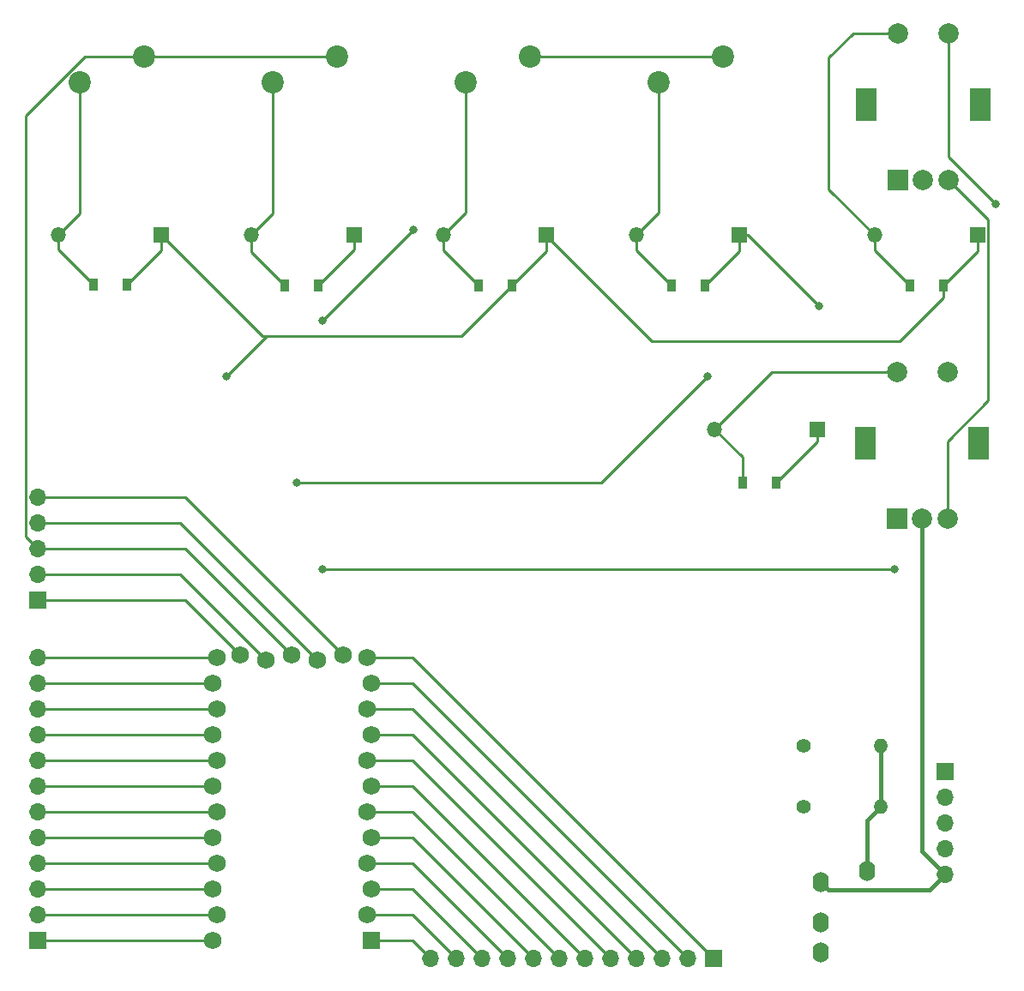
<source format=gbr>
%TF.GenerationSoftware,KiCad,Pcbnew,(6.0.10)*%
%TF.CreationDate,2023-01-18T22:34:27-08:00*%
%TF.ProjectId,shitpad,73686974-7061-4642-9e6b-696361645f70,rev?*%
%TF.SameCoordinates,Original*%
%TF.FileFunction,Copper,L1,Top*%
%TF.FilePolarity,Positive*%
%FSLAX46Y46*%
G04 Gerber Fmt 4.6, Leading zero omitted, Abs format (unit mm)*
G04 Created by KiCad (PCBNEW (6.0.10)) date 2023-01-18 22:34:27*
%MOMM*%
%LPD*%
G01*
G04 APERTURE LIST*
%TA.AperFunction,ComponentPad*%
%ADD10C,2.200000*%
%TD*%
%TA.AperFunction,ComponentPad*%
%ADD11O,1.400000X1.400000*%
%TD*%
%TA.AperFunction,ComponentPad*%
%ADD12C,1.400000*%
%TD*%
%TA.AperFunction,ComponentPad*%
%ADD13C,2.000000*%
%TD*%
%TA.AperFunction,ComponentPad*%
%ADD14R,2.000000X3.200000*%
%TD*%
%TA.AperFunction,ComponentPad*%
%ADD15R,2.000000X2.000000*%
%TD*%
%TA.AperFunction,SMDPad,CuDef*%
%ADD16R,0.900000X1.200000*%
%TD*%
%TA.AperFunction,ComponentPad*%
%ADD17O,1.500000X1.500000*%
%TD*%
%TA.AperFunction,ComponentPad*%
%ADD18R,1.500000X1.500000*%
%TD*%
%TA.AperFunction,ComponentPad*%
%ADD19O,1.600000X2.000000*%
%TD*%
%TA.AperFunction,ComponentPad*%
%ADD20O,1.700000X1.700000*%
%TD*%
%TA.AperFunction,ComponentPad*%
%ADD21R,1.700000X1.700000*%
%TD*%
%TA.AperFunction,ComponentPad*%
%ADD22C,1.752600*%
%TD*%
%TA.AperFunction,ComponentPad*%
%ADD23R,1.752600X1.752600*%
%TD*%
%TA.AperFunction,ViaPad*%
%ADD24C,0.800000*%
%TD*%
%TA.AperFunction,Conductor*%
%ADD25C,0.254000*%
%TD*%
%TA.AperFunction,Conductor*%
%ADD26C,0.381000*%
%TD*%
G04 APERTURE END LIST*
D10*
%TO.P,SW1,2*%
%TO.N,COL0*%
X115972000Y-58876250D03*
%TO.P,SW1,1*%
%TO.N,Net-(D1-Pad2)*%
X109622000Y-61416250D03*
%TD*%
D11*
%TO.P,R2,2*%
%TO.N,+5V*%
X150610000Y-127000000D03*
D12*
%TO.P,R2,1*%
%TO.N,I2C2*%
X142990000Y-127000000D03*
%TD*%
D11*
%TO.P,R1,2*%
%TO.N,+5V*%
X150610000Y-133000000D03*
D12*
%TO.P,R1,1*%
%TO.N,I2C1*%
X142990000Y-133000000D03*
%TD*%
D13*
%TO.P,SW6,S2,S2*%
%TO.N,Net-(D10-Pad2)*%
X152207000Y-90043750D03*
%TO.P,SW6,S1,S1*%
%TO.N,COL3*%
X157207000Y-90043750D03*
D14*
%TO.P,SW6,MP*%
%TO.N,N/C*%
X149107000Y-97043750D03*
X160307000Y-97043750D03*
D13*
%TO.P,SW6,C,C*%
%TO.N,GND*%
X154707000Y-104543750D03*
%TO.P,SW6,B,B*%
%TO.N,ROT1*%
X157207000Y-104543750D03*
D15*
%TO.P,SW6,A,A*%
%TO.N,ROT3*%
X152207000Y-104543750D03*
%TD*%
D16*
%TO.P,D12,2,A*%
%TO.N,Net-(D10-Pad2)*%
X136975750Y-101000000D03*
%TO.P,D12,1,K*%
%TO.N,ROW1*%
X140275750Y-101000000D03*
%TD*%
%TO.P,D11,2,A*%
%TO.N,Net-(SW5-PadS2)*%
X153475750Y-81500000D03*
%TO.P,D11,1,K*%
%TO.N,ROW0*%
X156775750Y-81500000D03*
%TD*%
D17*
%TO.P,D10,2,A*%
%TO.N,Net-(D10-Pad2)*%
X134228250Y-95706250D03*
D18*
%TO.P,D10,1,K*%
%TO.N,ROW1*%
X144388250Y-95706250D03*
%TD*%
D17*
%TO.P,D9,2,A*%
%TO.N,Net-(SW5-PadS2)*%
X150000000Y-76500000D03*
D18*
%TO.P,D9,1,K*%
%TO.N,ROW0*%
X160160000Y-76500000D03*
%TD*%
D13*
%TO.P,SW5,S2,S2*%
%TO.N,Net-(SW5-PadS2)*%
X152325750Y-56600000D03*
%TO.P,SW5,S1,S1*%
%TO.N,COL3*%
X157325750Y-56600000D03*
D14*
%TO.P,SW5,MP*%
%TO.N,N/C*%
X149225750Y-63600000D03*
X160425750Y-63600000D03*
D13*
%TO.P,SW5,C,C*%
%TO.N,GND*%
X154825750Y-71100000D03*
%TO.P,SW5,B,B*%
%TO.N,ROT1*%
X157325750Y-71100000D03*
D15*
%TO.P,SW5,A,A*%
%TO.N,ROT2*%
X152325750Y-71100000D03*
%TD*%
D19*
%TO.P,T1,3,RING1*%
%TO.N,I2C2*%
X144700000Y-144412500D03*
%TO.P,T1,4,RING2*%
%TO.N,I2C1*%
X144700000Y-147412500D03*
%TO.P,T1,2,TIP*%
%TO.N,GND*%
X144700000Y-140412500D03*
%TO.P,T1,1,SLEEVE*%
%TO.N,+5V*%
X149300000Y-139312500D03*
%TD*%
D20*
%TO.P,X1,5,GND*%
%TO.N,GND*%
X157000000Y-139660000D03*
%TO.P,X1,4,ID*%
%TO.N,unconnected-(X1-Pad4)*%
X157000000Y-137120000D03*
%TO.P,X1,3,D+*%
%TO.N,I2C1*%
X157000000Y-134580000D03*
%TO.P,X1,2,D-*%
%TO.N,I2C2*%
X157000000Y-132040000D03*
D21*
%TO.P,X1,1,VBUS*%
%TO.N,+5V*%
X157000000Y-129500000D03*
%TD*%
D20*
%TO.P,J3,12,Pin_12*%
%TO.N,ROT2*%
X67394500Y-118253750D03*
%TO.P,J3,11,Pin_11*%
%TO.N,ROT3*%
X67394500Y-120793750D03*
%TO.P,J3,10,Pin_10*%
%TO.N,Net-(J3-Pad10)*%
X67394500Y-123333750D03*
%TO.P,J3,9,Pin_9*%
%TO.N,Net-(J3-Pad9)*%
X67394500Y-125873750D03*
%TO.P,J3,8,Pin_8*%
%TO.N,Net-(J3-Pad8)*%
X67394500Y-128413750D03*
%TO.P,J3,7,Pin_7*%
%TO.N,Net-(J3-Pad7)*%
X67394500Y-130953750D03*
%TO.P,J3,6,Pin_6*%
%TO.N,Net-(J3-Pad6)*%
X67394500Y-133493750D03*
%TO.P,J3,5,Pin_5*%
%TO.N,Net-(J3-Pad5)*%
X67394500Y-136033750D03*
%TO.P,J3,4,Pin_4*%
%TO.N,Net-(J3-Pad4)*%
X67394500Y-138573750D03*
%TO.P,J3,3,Pin_3*%
%TO.N,Net-(J3-Pad3)*%
X67394500Y-141113750D03*
%TO.P,J3,2,Pin_2*%
%TO.N,Net-(J3-Pad2)*%
X67394500Y-143653750D03*
D21*
%TO.P,J3,1,Pin_1*%
%TO.N,Net-(J3-Pad1)*%
X67394500Y-146193750D03*
%TD*%
D20*
%TO.P,J2,5,Pin_5*%
%TO.N,ROW1*%
X67394500Y-102373750D03*
%TO.P,J2,4,Pin_4*%
%TO.N,ROW0*%
X67394500Y-104913750D03*
%TO.P,J2,3,Pin_3*%
%TO.N,COL1*%
X67394500Y-107453750D03*
%TO.P,J2,2,Pin_2*%
%TO.N,COL0*%
X67394500Y-109993750D03*
D21*
%TO.P,J2,1,Pin_1*%
%TO.N,ROT1*%
X67394500Y-112533750D03*
%TD*%
%TO.P,J1,1,Pin_1*%
%TO.N,Net-(U1-Pad12)*%
X134120000Y-148000000D03*
D20*
%TO.P,J1,2,Pin_2*%
%TO.N,Net-(U1-Pad11)*%
X131580000Y-148000000D03*
%TO.P,J1,3,Pin_3*%
%TO.N,Net-(U1-Pad10)*%
X129040000Y-148000000D03*
%TO.P,J1,4,Pin_4*%
%TO.N,Net-(U1-Pad9)*%
X126500000Y-148000000D03*
%TO.P,J1,5,Pin_5*%
%TO.N,Net-(U1-Pad8)*%
X123960000Y-148000000D03*
%TO.P,J1,6,Pin_6*%
%TO.N,Net-(U1-Pad7)*%
X121420000Y-148000000D03*
%TO.P,J1,7,Pin_7*%
%TO.N,Net-(U1-Pad6)*%
X118880000Y-148000000D03*
%TO.P,J1,8,Pin_8*%
%TO.N,Net-(U1-Pad5)*%
X116340000Y-148000000D03*
%TO.P,J1,9,Pin_9*%
%TO.N,Net-(U1-Pad4)*%
X113800000Y-148000000D03*
%TO.P,J1,10,Pin_10*%
%TO.N,Net-(U1-Pad3)*%
X111260000Y-148000000D03*
%TO.P,J1,11,Pin_11*%
%TO.N,I2C2*%
X108720000Y-148000000D03*
%TO.P,J1,12,Pin_12*%
%TO.N,I2C1*%
X106180000Y-148000000D03*
%TD*%
D10*
%TO.P,SW4,2*%
%TO.N,COL1*%
X96922000Y-58876250D03*
%TO.P,SW4,1*%
%TO.N,Net-(D4-Pad2)*%
X90572000Y-61416250D03*
%TD*%
D17*
%TO.P,D8,2,A*%
%TO.N,Net-(D4-Pad2)*%
X88500000Y-76500000D03*
D18*
%TO.P,D8,1,K*%
%TO.N,ROW1*%
X98660000Y-76500000D03*
%TD*%
%TO.P,D7,1,K*%
%TO.N,ROW0*%
X79580000Y-76500000D03*
D17*
%TO.P,D7,2,A*%
%TO.N,Net-(D3-Pad2)*%
X69420000Y-76500000D03*
%TD*%
D18*
%TO.P,D6,1,K*%
%TO.N,ROW1*%
X136660000Y-76500000D03*
D17*
%TO.P,D6,2,A*%
%TO.N,Net-(D2-Pad2)*%
X126500000Y-76500000D03*
%TD*%
%TO.P,D5,2,A*%
%TO.N,Net-(D1-Pad2)*%
X107420000Y-76500000D03*
D18*
%TO.P,D5,1,K*%
%TO.N,ROW0*%
X117580000Y-76500000D03*
%TD*%
D22*
%TO.P,U1,25,B7*%
%TO.N,ROW1*%
X97580000Y-118020150D03*
%TO.P,U1,26,D5*%
%TO.N,ROW0*%
X95040000Y-118477350D03*
%TO.P,U1,27,C7*%
%TO.N,COL1*%
X92500000Y-118020150D03*
%TO.P,U1,28,F1*%
%TO.N,COL0*%
X89960000Y-118477350D03*
%TO.P,U1,29,F0*%
%TO.N,ROT1*%
X87420000Y-118020150D03*
%TO.P,U1,24,B0*%
%TO.N,Net-(J3-Pad1)*%
X84651400Y-146188750D03*
%TO.P,U1,12,9/PB5*%
%TO.N,Net-(U1-Pad12)*%
X99891400Y-118248750D03*
%TO.P,U1,23,GND*%
%TO.N,Net-(J3-Pad2)*%
X85108600Y-143648750D03*
%TO.P,U1,22,RST*%
%TO.N,Net-(J3-Pad3)*%
X84651400Y-141108750D03*
%TO.P,U1,21,VCC*%
%TO.N,Net-(J3-Pad4)*%
X85108600Y-138568750D03*
%TO.P,U1,20,A3/PF4*%
%TO.N,Net-(J3-Pad5)*%
X84651400Y-136028750D03*
%TO.P,U1,19,A2/PF5*%
%TO.N,Net-(J3-Pad6)*%
X85108600Y-133488750D03*
%TO.P,U1,18,A1/PF6*%
%TO.N,Net-(J3-Pad7)*%
X84651400Y-130948750D03*
%TO.P,U1,17,A0/PF7*%
%TO.N,Net-(J3-Pad8)*%
X85108600Y-128408750D03*
%TO.P,U1,16,15/PB1*%
%TO.N,Net-(J3-Pad9)*%
X84651400Y-125868750D03*
%TO.P,U1,15,14/PB3*%
%TO.N,Net-(J3-Pad10)*%
X85108600Y-123328750D03*
%TO.P,U1,14,16/PB2*%
%TO.N,ROT3*%
X84651400Y-120788750D03*
%TO.P,U1,13,10/PB6*%
%TO.N,ROT2*%
X85108600Y-118248750D03*
%TO.P,U1,11,8/PB4*%
%TO.N,Net-(U1-Pad11)*%
X100348600Y-120788750D03*
%TO.P,U1,10,7/PE6*%
%TO.N,Net-(U1-Pad10)*%
X99891400Y-123328750D03*
%TO.P,U1,9,6/PD7*%
%TO.N,Net-(U1-Pad9)*%
X100348600Y-125868750D03*
%TO.P,U1,8,5/PC6*%
%TO.N,Net-(U1-Pad8)*%
X99891400Y-128408750D03*
%TO.P,U1,7,4/PD4*%
%TO.N,Net-(U1-Pad7)*%
X100348600Y-130948750D03*
%TO.P,U1,6,3/PD0*%
%TO.N,Net-(U1-Pad6)*%
X99891400Y-133488750D03*
%TO.P,U1,5,2/PD1*%
%TO.N,Net-(U1-Pad5)*%
X100348600Y-136028750D03*
%TO.P,U1,4,GND*%
%TO.N,Net-(U1-Pad4)*%
X99891400Y-138568750D03*
%TO.P,U1,3,GND*%
%TO.N,Net-(U1-Pad3)*%
X100348600Y-141108750D03*
%TO.P,U1,2,RX1/PD2*%
%TO.N,I2C2*%
X99891400Y-143648750D03*
D23*
%TO.P,U1,1,TX0/PD3*%
%TO.N,I2C1*%
X100348600Y-146188750D03*
%TD*%
D10*
%TO.P,SW3,1*%
%TO.N,Net-(D3-Pad2)*%
X71522000Y-61416250D03*
%TO.P,SW3,2*%
%TO.N,COL1*%
X77872000Y-58876250D03*
%TD*%
%TO.P,SW2,2*%
%TO.N,COL0*%
X135022000Y-58876250D03*
%TO.P,SW2,1*%
%TO.N,Net-(D2-Pad2)*%
X128672000Y-61416250D03*
%TD*%
D16*
%TO.P,D4,1,K*%
%TO.N,ROW1*%
X95100750Y-81500000D03*
%TO.P,D4,2,A*%
%TO.N,Net-(D4-Pad2)*%
X91800750Y-81500000D03*
%TD*%
%TO.P,D3,2,A*%
%TO.N,Net-(D3-Pad2)*%
X72888250Y-81418750D03*
%TO.P,D3,1,K*%
%TO.N,ROW0*%
X76188250Y-81418750D03*
%TD*%
%TO.P,D2,1,K*%
%TO.N,ROW1*%
X133275750Y-81500000D03*
%TO.P,D2,2,A*%
%TO.N,Net-(D2-Pad2)*%
X129975750Y-81500000D03*
%TD*%
%TO.P,D1,2,A*%
%TO.N,Net-(D1-Pad2)*%
X110900000Y-81500000D03*
%TO.P,D1,1,K*%
%TO.N,ROW0*%
X114200000Y-81500000D03*
%TD*%
D24*
%TO.N,ROW1*%
X144500000Y-83500000D03*
%TO.N,COL0*%
X95500000Y-85000000D03*
X104500000Y-76000000D03*
%TO.N,ROW0*%
X86000000Y-90500000D03*
%TO.N,ROT2*%
X133500000Y-90500000D03*
X93000000Y-101000000D03*
%TO.N,ROT1*%
X152000000Y-109500000D03*
X95500000Y-109500000D03*
%TO.N,COL3*%
X162000000Y-73500000D03*
%TD*%
D25*
%TO.N,ROW1*%
X144500000Y-83500000D02*
X137500000Y-76500000D01*
X137500000Y-76500000D02*
X136660000Y-76500000D01*
%TO.N,Net-(D10-Pad2)*%
X139890750Y-90043750D02*
X152207000Y-90043750D01*
X134228250Y-95706250D02*
X139890750Y-90043750D01*
X136975750Y-98453750D02*
X134228250Y-95706250D01*
X136975750Y-101000000D02*
X136975750Y-98453750D01*
%TO.N,ROW1*%
X144388250Y-96887500D02*
X140275750Y-101000000D01*
X144388250Y-95706250D02*
X144388250Y-96887500D01*
%TO.N,COL0*%
X95500000Y-85000000D02*
X104500000Y-76000000D01*
%TO.N,ROW0*%
X86000000Y-90500000D02*
X90000000Y-86500000D01*
X90000000Y-86500000D02*
X109200000Y-86500000D01*
X89580000Y-86500000D02*
X90000000Y-86500000D01*
%TO.N,COL1*%
X66217500Y-106276750D02*
X67394500Y-107453750D01*
X66217500Y-64702667D02*
X66217500Y-106276750D01*
X72043917Y-58876250D02*
X66217500Y-64702667D01*
X77872000Y-58876250D02*
X72043917Y-58876250D01*
%TO.N,ROT2*%
X93000000Y-101000000D02*
X123000000Y-101000000D01*
X123000000Y-101000000D02*
X133500000Y-90500000D01*
%TO.N,ROT1*%
X152000000Y-109500000D02*
X95500000Y-109500000D01*
D26*
%TO.N,GND*%
X145459499Y-141171999D02*
X144700000Y-140412500D01*
X155488001Y-141171999D02*
X145459499Y-141171999D01*
X157000000Y-139660000D02*
X155488001Y-141171999D01*
%TO.N,+5V*%
X150610000Y-133000000D02*
X150610000Y-127000000D01*
X149300000Y-134310000D02*
X150610000Y-133000000D01*
X149300000Y-139312500D02*
X149300000Y-134310000D01*
D25*
%TO.N,COL3*%
X157325750Y-68825750D02*
X162000000Y-73500000D01*
X157325750Y-56600000D02*
X157325750Y-68825750D01*
%TO.N,ROT1*%
X161237000Y-75011250D02*
X157325750Y-71100000D01*
X161237000Y-92859750D02*
X161237000Y-75011250D01*
X157207000Y-96889750D02*
X161237000Y-92859750D01*
X157207000Y-104543750D02*
X157207000Y-96889750D01*
D26*
%TO.N,GND*%
X154707000Y-137367000D02*
X157000000Y-139660000D01*
X154707000Y-104543750D02*
X154707000Y-137367000D01*
D25*
%TO.N,ROW0*%
X156775750Y-82724250D02*
X156775750Y-81500000D01*
X152500000Y-87000000D02*
X156775750Y-82724250D01*
X117580000Y-76580000D02*
X128000000Y-87000000D01*
X128000000Y-87000000D02*
X152500000Y-87000000D01*
X117580000Y-76500000D02*
X117580000Y-76580000D01*
X109200000Y-86500000D02*
X114200000Y-81500000D01*
X79580000Y-76500000D02*
X89580000Y-86500000D01*
%TO.N,Net-(SW5-PadS2)*%
X145500000Y-59000000D02*
X145500000Y-72000000D01*
X147900000Y-56600000D02*
X145500000Y-59000000D01*
X152325750Y-56600000D02*
X147900000Y-56600000D01*
X145500000Y-72000000D02*
X150000000Y-76500000D01*
%TO.N,COL0*%
X115972000Y-58876250D02*
X135022000Y-58876250D01*
%TO.N,Net-(D2-Pad2)*%
X128672000Y-74328000D02*
X126500000Y-76500000D01*
X128672000Y-61416250D02*
X128672000Y-74328000D01*
%TO.N,Net-(D4-Pad2)*%
X90572000Y-74428000D02*
X88500000Y-76500000D01*
X90572000Y-61416250D02*
X90572000Y-74428000D01*
%TO.N,COL1*%
X96922000Y-58876250D02*
X77872000Y-58876250D01*
%TO.N,Net-(D1-Pad2)*%
X109622000Y-61416250D02*
X109622000Y-74298000D01*
X109622000Y-74298000D02*
X107420000Y-76500000D01*
%TO.N,Net-(D3-Pad2)*%
X71522000Y-74398000D02*
X69420000Y-76500000D01*
X71522000Y-61416250D02*
X71522000Y-74398000D01*
%TO.N,ROW0*%
X160160000Y-78115750D02*
X156775750Y-81500000D01*
X160160000Y-76500000D02*
X160160000Y-78115750D01*
%TO.N,Net-(SW5-PadS2)*%
X150000000Y-78024250D02*
X153475750Y-81500000D01*
X150000000Y-76500000D02*
X150000000Y-78024250D01*
%TO.N,ROW1*%
X136660000Y-78115750D02*
X133275750Y-81500000D01*
X136660000Y-76500000D02*
X136660000Y-78115750D01*
%TO.N,Net-(D2-Pad2)*%
X126500000Y-76500000D02*
X126500000Y-78024250D01*
X126500000Y-78024250D02*
X129975750Y-81500000D01*
%TO.N,ROW0*%
X117580000Y-78120000D02*
X114200000Y-81500000D01*
X117580000Y-76500000D02*
X117580000Y-78120000D01*
%TO.N,Net-(D1-Pad2)*%
X107420000Y-78020000D02*
X110900000Y-81500000D01*
X107420000Y-76500000D02*
X107420000Y-78020000D01*
%TO.N,ROW0*%
X79580000Y-78027000D02*
X76188250Y-81418750D01*
X79580000Y-76500000D02*
X79580000Y-78027000D01*
%TO.N,Net-(D3-Pad2)*%
X69420000Y-77950500D02*
X72888250Y-81418750D01*
X69420000Y-76500000D02*
X69420000Y-77950500D01*
%TO.N,Net-(D4-Pad2)*%
X88500000Y-78199250D02*
X91800750Y-81500000D01*
X88500000Y-76500000D02*
X88500000Y-78199250D01*
X91800750Y-81500000D02*
X92000000Y-81500000D01*
%TO.N,ROW1*%
X98660000Y-77940750D02*
X95100750Y-81500000D01*
X98660000Y-76500000D02*
X98660000Y-77940750D01*
X81933600Y-102373750D02*
X97580000Y-118020150D01*
X67394500Y-102373750D02*
X81933600Y-102373750D01*
%TO.N,ROW0*%
X81476400Y-104913750D02*
X95040000Y-118477350D01*
X67394500Y-104913750D02*
X81476400Y-104913750D01*
%TO.N,COL1*%
X81933600Y-107453750D02*
X67394500Y-107453750D01*
X92500000Y-118020150D02*
X81933600Y-107453750D01*
%TO.N,COL0*%
X81476400Y-109993750D02*
X67394500Y-109993750D01*
X89960000Y-118477350D02*
X81476400Y-109993750D01*
%TO.N,ROT1*%
X81933600Y-112533750D02*
X67394500Y-112533750D01*
X87420000Y-118020150D02*
X81933600Y-112533750D01*
%TO.N,Net-(U1-Pad12)*%
X104368750Y-118248750D02*
X134120000Y-148000000D01*
X99891400Y-118248750D02*
X104368750Y-118248750D01*
%TO.N,Net-(U1-Pad11)*%
X100348600Y-120788750D02*
X104368750Y-120788750D01*
X104368750Y-120788750D02*
X131580000Y-148000000D01*
%TO.N,Net-(U1-Pad10)*%
X104368750Y-123328750D02*
X129040000Y-148000000D01*
X99891400Y-123328750D02*
X104368750Y-123328750D01*
%TO.N,Net-(U1-Pad9)*%
X104368750Y-125868750D02*
X126500000Y-148000000D01*
X100348600Y-125868750D02*
X104368750Y-125868750D01*
%TO.N,Net-(U1-Pad8)*%
X104368750Y-128408750D02*
X123960000Y-148000000D01*
X99891400Y-128408750D02*
X104368750Y-128408750D01*
%TO.N,Net-(U1-Pad7)*%
X100348600Y-130948750D02*
X104368750Y-130948750D01*
X104368750Y-130948750D02*
X121420000Y-148000000D01*
%TO.N,Net-(U1-Pad6)*%
X104368750Y-133488750D02*
X118880000Y-148000000D01*
X99891400Y-133488750D02*
X104368750Y-133488750D01*
%TO.N,Net-(U1-Pad5)*%
X100348600Y-136028750D02*
X104368750Y-136028750D01*
X104368750Y-136028750D02*
X116340000Y-148000000D01*
%TO.N,Net-(U1-Pad4)*%
X104368750Y-138568750D02*
X113800000Y-148000000D01*
X99891400Y-138568750D02*
X104368750Y-138568750D01*
%TO.N,Net-(U1-Pad3)*%
X104368750Y-141108750D02*
X111260000Y-148000000D01*
X100348600Y-141108750D02*
X104368750Y-141108750D01*
%TO.N,I2C2*%
X99891400Y-143648750D02*
X104368750Y-143648750D01*
X104368750Y-143648750D02*
X108720000Y-148000000D01*
%TO.N,I2C1*%
X104368750Y-146188750D02*
X106180000Y-148000000D01*
X100348600Y-146188750D02*
X104368750Y-146188750D01*
%TO.N,Net-(J3-Pad1)*%
X84646400Y-146193750D02*
X84651400Y-146188750D01*
X67394500Y-146193750D02*
X84646400Y-146193750D01*
%TO.N,Net-(J3-Pad2)*%
X85108600Y-143648750D02*
X67399500Y-143648750D01*
X67399500Y-143648750D02*
X67394500Y-143653750D01*
%TO.N,Net-(J3-Pad3)*%
X84646400Y-141113750D02*
X84651400Y-141108750D01*
X67394500Y-141113750D02*
X84646400Y-141113750D01*
%TO.N,Net-(J3-Pad4)*%
X85103600Y-138573750D02*
X85108600Y-138568750D01*
X67394500Y-138573750D02*
X85103600Y-138573750D01*
%TO.N,Net-(J3-Pad5)*%
X84646400Y-136033750D02*
X84651400Y-136028750D01*
X67394500Y-136033750D02*
X84646400Y-136033750D01*
%TO.N,Net-(J3-Pad6)*%
X85103600Y-133493750D02*
X85108600Y-133488750D01*
X67394500Y-133493750D02*
X85103600Y-133493750D01*
%TO.N,Net-(J3-Pad7)*%
X84646400Y-130953750D02*
X84651400Y-130948750D01*
X67394500Y-130953750D02*
X84646400Y-130953750D01*
%TO.N,Net-(J3-Pad8)*%
X85103600Y-128413750D02*
X85108600Y-128408750D01*
X67394500Y-128413750D02*
X85103600Y-128413750D01*
%TO.N,Net-(J3-Pad9)*%
X84646400Y-125873750D02*
X84651400Y-125868750D01*
X67394500Y-125873750D02*
X84646400Y-125873750D01*
%TO.N,Net-(J3-Pad10)*%
X85103600Y-123333750D02*
X85108600Y-123328750D01*
X67394500Y-123333750D02*
X85103600Y-123333750D01*
%TO.N,ROT3*%
X84646400Y-120793750D02*
X84651400Y-120788750D01*
X67394500Y-120793750D02*
X84646400Y-120793750D01*
%TO.N,ROT2*%
X85103600Y-118253750D02*
X85108600Y-118248750D01*
X67394500Y-118253750D02*
X85103600Y-118253750D01*
%TO.N,Net-(U1-Pad6)*%
X99891400Y-133488750D02*
X100142650Y-133740000D01*
%TD*%
M02*

</source>
